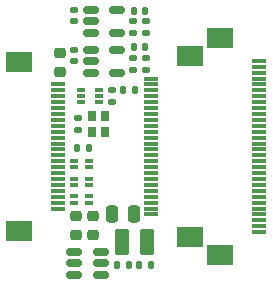
<source format=gtp>
%TF.GenerationSoftware,KiCad,Pcbnew,7.0.9*%
%TF.CreationDate,2024-09-28T05:56:50+08:00*%
%TF.ProjectId,cameraadapt,63616d65-7261-4616-9461-70742e6b6963,rev?*%
%TF.SameCoordinates,Original*%
%TF.FileFunction,Paste,Top*%
%TF.FilePolarity,Positive*%
%FSLAX46Y46*%
G04 Gerber Fmt 4.6, Leading zero omitted, Abs format (unit mm)*
G04 Created by KiCad (PCBNEW 7.0.9) date 2024-09-28 05:56:50*
%MOMM*%
%LPD*%
G01*
G04 APERTURE LIST*
G04 Aperture macros list*
%AMRoundRect*
0 Rectangle with rounded corners*
0 $1 Rounding radius*
0 $2 $3 $4 $5 $6 $7 $8 $9 X,Y pos of 4 corners*
0 Add a 4 corners polygon primitive as box body*
4,1,4,$2,$3,$4,$5,$6,$7,$8,$9,$2,$3,0*
0 Add four circle primitives for the rounded corners*
1,1,$1+$1,$2,$3*
1,1,$1+$1,$4,$5*
1,1,$1+$1,$6,$7*
1,1,$1+$1,$8,$9*
0 Add four rect primitives between the rounded corners*
20,1,$1+$1,$2,$3,$4,$5,0*
20,1,$1+$1,$4,$5,$6,$7,0*
20,1,$1+$1,$6,$7,$8,$9,0*
20,1,$1+$1,$8,$9,$2,$3,0*%
G04 Aperture macros list end*
%ADD10RoundRect,0.135000X0.135000X0.185000X-0.135000X0.185000X-0.135000X-0.185000X0.135000X-0.185000X0*%
%ADD11R,1.300000X0.300000*%
%ADD12R,2.200000X1.800000*%
%ADD13R,0.800000X0.900000*%
%ADD14RoundRect,0.015000X0.275000X-0.135000X0.275000X0.135000X-0.275000X0.135000X-0.275000X-0.135000X0*%
%ADD15RoundRect,0.140000X-0.140000X-0.170000X0.140000X-0.170000X0.140000X0.170000X-0.140000X0.170000X0*%
%ADD16RoundRect,0.140000X-0.170000X0.140000X-0.170000X-0.140000X0.170000X-0.140000X0.170000X0.140000X0*%
%ADD17RoundRect,0.135000X-0.185000X0.135000X-0.185000X-0.135000X0.185000X-0.135000X0.185000X0.135000X0*%
%ADD18RoundRect,0.135000X0.185000X-0.135000X0.185000X0.135000X-0.185000X0.135000X-0.185000X-0.135000X0*%
%ADD19RoundRect,0.250000X-0.375000X-0.850000X0.375000X-0.850000X0.375000X0.850000X-0.375000X0.850000X0*%
%ADD20RoundRect,0.150000X0.512500X0.150000X-0.512500X0.150000X-0.512500X-0.150000X0.512500X-0.150000X0*%
%ADD21R,0.700000X0.340000*%
%ADD22RoundRect,0.225000X0.250000X-0.225000X0.250000X0.225000X-0.250000X0.225000X-0.250000X-0.225000X0*%
%ADD23RoundRect,0.250000X0.250000X0.475000X-0.250000X0.475000X-0.250000X-0.475000X0.250000X-0.475000X0*%
%ADD24RoundRect,0.150000X-0.512500X-0.150000X0.512500X-0.150000X0.512500X0.150000X-0.512500X0.150000X0*%
%ADD25RoundRect,0.218750X0.256250X-0.218750X0.256250X0.218750X-0.256250X0.218750X-0.256250X-0.218750X0*%
%ADD26RoundRect,0.135000X-0.135000X-0.185000X0.135000X-0.185000X0.135000X0.185000X-0.135000X0.185000X0*%
%ADD27RoundRect,0.218750X-0.256250X0.218750X-0.256250X-0.218750X0.256250X-0.218750X0.256250X0.218750X0*%
G04 APERTURE END LIST*
D10*
%TO.C,R13*%
X-1590000Y-100000D03*
X-2610000Y-100000D03*
%TD*%
D11*
%TO.C,J5*%
X-4200001Y5250000D03*
X-4200001Y4750000D03*
X-4200001Y4250000D03*
X-4200001Y3750000D03*
X-4200001Y3250000D03*
X-4200001Y2750000D03*
X-4200001Y2250000D03*
X-4200001Y1750000D03*
X-4200001Y1250000D03*
X-4200001Y750000D03*
X-4200001Y250000D03*
X-4200001Y-250000D03*
X-4200001Y-750000D03*
X-4200001Y-1250000D03*
X-4200001Y-1750000D03*
X-4200001Y-2250000D03*
X-4200001Y-2750000D03*
X-4200001Y-3250000D03*
X-4200001Y-3750000D03*
X-4200001Y-4250000D03*
X-4200001Y-4750000D03*
X-4200001Y-5250000D03*
D12*
X-7450001Y7150000D03*
X-7450001Y-7150000D03*
%TD*%
D13*
%TO.C,X1*%
X-1350000Y2600000D03*
X-1350000Y1200000D03*
X-250000Y1200000D03*
X-250000Y2600000D03*
%TD*%
D14*
%TO.C,L4*%
X-2855000Y-1775000D03*
X-1545000Y-1775000D03*
X-1545000Y-1225000D03*
X-2855000Y-1225000D03*
%TD*%
D15*
%TO.C,C6*%
X2220000Y11500000D03*
X3180000Y11500000D03*
%TD*%
D16*
%TO.C,C4*%
X-2800000Y11580000D03*
X-2800000Y10620000D03*
%TD*%
D14*
%TO.C,L3*%
X-2855000Y-3275000D03*
X-1545000Y-3275000D03*
X-1545000Y-2725000D03*
X-2855000Y-2725000D03*
%TD*%
D17*
%TO.C,R7*%
X400000Y4810000D03*
X400000Y3790000D03*
%TD*%
D18*
%TO.C,R4*%
X3300000Y9590000D03*
X3300000Y10610000D03*
%TD*%
D17*
%TO.C,R3*%
X2200000Y10610000D03*
X2200000Y9590000D03*
%TD*%
D16*
%TO.C,C3*%
X-2500000Y2380000D03*
X-2500000Y1420000D03*
%TD*%
D19*
%TO.C,L6*%
X1225000Y-8100000D03*
X3375000Y-8100000D03*
%TD*%
D20*
%TO.C,U1*%
X-562500Y-10850000D03*
X-562500Y-9900000D03*
X-562500Y-8950000D03*
X-2837500Y-8950000D03*
X-2837500Y-9900000D03*
X-2837500Y-10850000D03*
%TD*%
D16*
%TO.C,C5*%
X-2800000Y8180000D03*
X-2800000Y7220000D03*
%TD*%
D17*
%TO.C,R5*%
X2200000Y7510000D03*
X2200000Y6490000D03*
%TD*%
D21*
%TO.C,Q1*%
X-750000Y3800000D03*
X-750000Y4300000D03*
X-750000Y4800000D03*
X-2250000Y4800000D03*
X-2250000Y4300000D03*
X-2250000Y3800000D03*
%TD*%
D10*
%TO.C,R1*%
X3700000Y-10000000D03*
X2680000Y-10000000D03*
%TD*%
D22*
%TO.C,C1*%
X-1200000Y-5925000D03*
X-1200000Y-7475000D03*
%TD*%
D11*
%TO.C,J1*%
X12800000Y7250000D03*
X12800000Y6750000D03*
X12800000Y6250000D03*
X12800000Y5750000D03*
X12800000Y5250000D03*
X12800000Y4750000D03*
X12800000Y4250000D03*
X12800000Y3750000D03*
X12800000Y3250000D03*
X12800000Y2750000D03*
X12800000Y2250000D03*
X12800000Y1750000D03*
X12800000Y1250000D03*
X12800000Y750000D03*
X12800000Y250000D03*
X12800000Y-250000D03*
X12800000Y-750000D03*
X12800000Y-1250000D03*
X12800000Y-1750000D03*
X12800000Y-2250000D03*
X12800000Y-2750000D03*
X12800000Y-3250000D03*
X12800000Y-3750000D03*
X12800000Y-4250000D03*
X12800000Y-4750000D03*
X12800000Y-5250000D03*
X12800000Y-5750000D03*
X12800000Y-6250000D03*
X12800000Y-6750000D03*
X12800000Y-7250000D03*
D12*
X9550000Y9150000D03*
X9550000Y-9150000D03*
%TD*%
D23*
%TO.C,C2*%
X2250000Y-5700000D03*
X350000Y-5700000D03*
%TD*%
D24*
%TO.C,U4*%
X-1437500Y8150000D03*
X-1437500Y7200000D03*
X-1437500Y6250000D03*
X837500Y6250000D03*
X837500Y8150000D03*
%TD*%
D15*
%TO.C,C7*%
X2220000Y8400000D03*
X3180000Y8400000D03*
%TD*%
D18*
%TO.C,R6*%
X3300000Y6490000D03*
X3300000Y7510000D03*
%TD*%
D10*
%TO.C,R2*%
X1810000Y-10000000D03*
X790000Y-10000000D03*
%TD*%
D14*
%TO.C,L2*%
X-2855000Y-4775000D03*
X-1545000Y-4775000D03*
X-1545000Y-4225000D03*
X-2855000Y-4225000D03*
%TD*%
D25*
%TO.C,L5*%
X-4000000Y6312500D03*
X-4000000Y7887500D03*
%TD*%
D26*
%TO.C,R8*%
X1280000Y4800000D03*
X2300000Y4800000D03*
%TD*%
D11*
%TO.C,J2*%
X3700000Y-5750000D03*
X3700000Y-5250000D03*
X3700000Y-4750000D03*
X3700000Y-4250000D03*
X3700000Y-3750000D03*
X3700000Y-3250000D03*
X3700000Y-2750000D03*
X3700000Y-2250000D03*
X3700000Y-1750000D03*
X3700000Y-1250000D03*
X3700000Y-750000D03*
X3700000Y-250000D03*
X3700000Y250000D03*
X3700000Y750000D03*
X3700000Y1250000D03*
X3700000Y1750000D03*
X3700000Y2250000D03*
X3700000Y2750000D03*
X3700000Y3250000D03*
X3700000Y3750000D03*
X3700000Y4250000D03*
X3700000Y4750000D03*
X3700000Y5250000D03*
X3700000Y5750000D03*
D12*
X6950000Y-7650000D03*
X6950000Y7650000D03*
%TD*%
D27*
%TO.C,L1*%
X-2700000Y-5912500D03*
X-2700000Y-7487500D03*
%TD*%
D24*
%TO.C,U3*%
X-1437500Y11550000D03*
X-1437500Y10600000D03*
X-1437500Y9650000D03*
X837500Y9650000D03*
X837500Y11550000D03*
%TD*%
M02*

</source>
